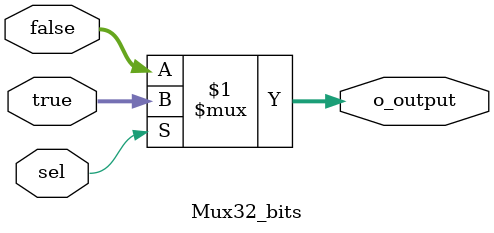
<source format=v>
module Mux32_bits(
    input wire [31:0] false,
    input wire [31:0] true,
    input wire sel,
    output wire [31:0] o_output 
);

  assign o_output = sel ? true : false;

endmodule

</source>
